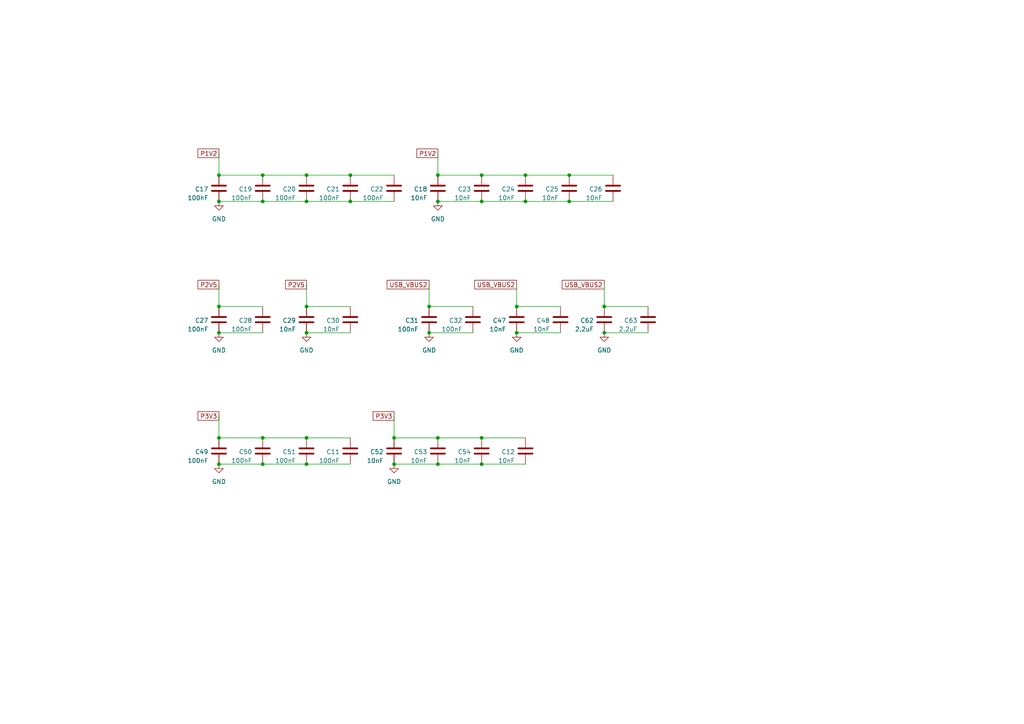
<source format=kicad_sch>
(kicad_sch
	(version 20250114)
	(generator "eeschema")
	(generator_version "9.0")
	(uuid "98e8bd91-0338-4566-81d0-e08ff91c5bf8")
	(paper "A4")
	(lib_symbols
		(symbol "Device:C"
			(pin_numbers
				(hide yes)
			)
			(pin_names
				(offset 0.254)
			)
			(exclude_from_sim no)
			(in_bom yes)
			(on_board yes)
			(property "Reference" "C"
				(at 0.635 2.54 0)
				(effects
					(font
						(size 1.27 1.27)
					)
					(justify left)
				)
			)
			(property "Value" "C"
				(at 0.635 -2.54 0)
				(effects
					(font
						(size 1.27 1.27)
					)
					(justify left)
				)
			)
			(property "Footprint" ""
				(at 0.9652 -3.81 0)
				(effects
					(font
						(size 1.27 1.27)
					)
					(hide yes)
				)
			)
			(property "Datasheet" "~"
				(at 0 0 0)
				(effects
					(font
						(size 1.27 1.27)
					)
					(hide yes)
				)
			)
			(property "Description" "Unpolarized capacitor"
				(at 0 0 0)
				(effects
					(font
						(size 1.27 1.27)
					)
					(hide yes)
				)
			)
			(property "ki_keywords" "cap capacitor"
				(at 0 0 0)
				(effects
					(font
						(size 1.27 1.27)
					)
					(hide yes)
				)
			)
			(property "ki_fp_filters" "C_*"
				(at 0 0 0)
				(effects
					(font
						(size 1.27 1.27)
					)
					(hide yes)
				)
			)
			(symbol "C_0_1"
				(polyline
					(pts
						(xy -2.032 0.762) (xy 2.032 0.762)
					)
					(stroke
						(width 0.508)
						(type default)
					)
					(fill
						(type none)
					)
				)
				(polyline
					(pts
						(xy -2.032 -0.762) (xy 2.032 -0.762)
					)
					(stroke
						(width 0.508)
						(type default)
					)
					(fill
						(type none)
					)
				)
			)
			(symbol "C_1_1"
				(pin passive line
					(at 0 3.81 270)
					(length 2.794)
					(name "~"
						(effects
							(font
								(size 1.27 1.27)
							)
						)
					)
					(number "1"
						(effects
							(font
								(size 1.27 1.27)
							)
						)
					)
				)
				(pin passive line
					(at 0 -3.81 90)
					(length 2.794)
					(name "~"
						(effects
							(font
								(size 1.27 1.27)
							)
						)
					)
					(number "2"
						(effects
							(font
								(size 1.27 1.27)
							)
						)
					)
				)
			)
			(embedded_fonts no)
		)
		(symbol "power:GND"
			(power)
			(pin_numbers
				(hide yes)
			)
			(pin_names
				(offset 0)
				(hide yes)
			)
			(exclude_from_sim no)
			(in_bom yes)
			(on_board yes)
			(property "Reference" "#PWR"
				(at 0 -6.35 0)
				(effects
					(font
						(size 1.27 1.27)
					)
					(hide yes)
				)
			)
			(property "Value" "GND"
				(at 0 -3.81 0)
				(effects
					(font
						(size 1.27 1.27)
					)
				)
			)
			(property "Footprint" ""
				(at 0 0 0)
				(effects
					(font
						(size 1.27 1.27)
					)
					(hide yes)
				)
			)
			(property "Datasheet" ""
				(at 0 0 0)
				(effects
					(font
						(size 1.27 1.27)
					)
					(hide yes)
				)
			)
			(property "Description" "Power symbol creates a global label with name \"GND\" , ground"
				(at 0 0 0)
				(effects
					(font
						(size 1.27 1.27)
					)
					(hide yes)
				)
			)
			(property "ki_keywords" "global power"
				(at 0 0 0)
				(effects
					(font
						(size 1.27 1.27)
					)
					(hide yes)
				)
			)
			(symbol "GND_0_1"
				(polyline
					(pts
						(xy 0 0) (xy 0 -1.27) (xy 1.27 -1.27) (xy 0 -2.54) (xy -1.27 -1.27) (xy 0 -1.27)
					)
					(stroke
						(width 0)
						(type default)
					)
					(fill
						(type none)
					)
				)
			)
			(symbol "GND_1_1"
				(pin power_in line
					(at 0 0 270)
					(length 0)
					(name "~"
						(effects
							(font
								(size 1.27 1.27)
							)
						)
					)
					(number "1"
						(effects
							(font
								(size 1.27 1.27)
							)
						)
					)
				)
			)
			(embedded_fonts no)
		)
	)
	(junction
		(at 124.46 88.9)
		(diameter 0)
		(color 0 0 0 0)
		(uuid "20891d52-7598-40a2-b7e7-a34684f18222")
	)
	(junction
		(at 165.1 58.42)
		(diameter 0)
		(color 0 0 0 0)
		(uuid "2dbae9c2-8d21-4e54-aed5-508c34202c01")
	)
	(junction
		(at 127 58.42)
		(diameter 0)
		(color 0 0 0 0)
		(uuid "2dcc346a-9219-4d1d-802b-8f3412638177")
	)
	(junction
		(at 127 134.62)
		(diameter 0)
		(color 0 0 0 0)
		(uuid "352944db-f140-45ad-8153-ed0e008d902e")
	)
	(junction
		(at 76.2 58.42)
		(diameter 0)
		(color 0 0 0 0)
		(uuid "3a6cbeb2-ca7d-4246-a3eb-c8842615a29e")
	)
	(junction
		(at 88.9 96.52)
		(diameter 0)
		(color 0 0 0 0)
		(uuid "44eb2408-c907-484b-a92a-d1f3feb797ea")
	)
	(junction
		(at 101.6 50.8)
		(diameter 0)
		(color 0 0 0 0)
		(uuid "47d6ba14-faca-458b-9479-e435d3a35dd3")
	)
	(junction
		(at 139.7 134.62)
		(diameter 0)
		(color 0 0 0 0)
		(uuid "56dcc6c7-2ab7-4fdf-8391-08a4725c51f9")
	)
	(junction
		(at 63.5 127)
		(diameter 0)
		(color 0 0 0 0)
		(uuid "5a025d0d-03d5-475d-a29e-89868c59b64d")
	)
	(junction
		(at 76.2 127)
		(diameter 0)
		(color 0 0 0 0)
		(uuid "5ac7cd34-f6ab-48ee-8a9b-34bb09e12425")
	)
	(junction
		(at 127 50.8)
		(diameter 0)
		(color 0 0 0 0)
		(uuid "600304d0-c30e-4b43-97cd-fddecdad0ba0")
	)
	(junction
		(at 88.9 50.8)
		(diameter 0)
		(color 0 0 0 0)
		(uuid "600d3e9a-365d-45da-9c93-e5ec11d8231e")
	)
	(junction
		(at 149.86 96.52)
		(diameter 0)
		(color 0 0 0 0)
		(uuid "689b417d-6ef6-4fb0-8a6a-c21733cd88fd")
	)
	(junction
		(at 152.4 50.8)
		(diameter 0)
		(color 0 0 0 0)
		(uuid "6919b7ee-f034-47ed-a966-b5c0cee39064")
	)
	(junction
		(at 63.5 88.9)
		(diameter 0)
		(color 0 0 0 0)
		(uuid "6b5a0ce5-cdbb-4fc8-af69-24254c28680f")
	)
	(junction
		(at 88.9 127)
		(diameter 0)
		(color 0 0 0 0)
		(uuid "711de8a9-c1d9-4fb0-8c5a-8f1d134a9590")
	)
	(junction
		(at 88.9 58.42)
		(diameter 0)
		(color 0 0 0 0)
		(uuid "74627e23-730f-4f03-a102-54f411945693")
	)
	(junction
		(at 88.9 134.62)
		(diameter 0)
		(color 0 0 0 0)
		(uuid "78b9c239-e8b4-41e6-b426-fce1b19735a4")
	)
	(junction
		(at 114.3 134.62)
		(diameter 0)
		(color 0 0 0 0)
		(uuid "8290b7ca-d187-4de9-94fc-8d0e1ccd3fe5")
	)
	(junction
		(at 63.5 50.8)
		(diameter 0)
		(color 0 0 0 0)
		(uuid "82dbd580-bb58-4062-bc67-0d07ec26121e")
	)
	(junction
		(at 175.26 88.9)
		(diameter 0)
		(color 0 0 0 0)
		(uuid "8732dc07-bca8-4e8f-9972-b5739aab668c")
	)
	(junction
		(at 88.9 88.9)
		(diameter 0)
		(color 0 0 0 0)
		(uuid "8ec6a5d2-f00b-429e-98c2-5fb8a655e492")
	)
	(junction
		(at 63.5 134.62)
		(diameter 0)
		(color 0 0 0 0)
		(uuid "8ff035f3-9309-41a4-bf89-68869c01f002")
	)
	(junction
		(at 101.6 58.42)
		(diameter 0)
		(color 0 0 0 0)
		(uuid "9076e5a0-c1d9-4035-a4a1-d664c67b80ae")
	)
	(junction
		(at 149.86 88.9)
		(diameter 0)
		(color 0 0 0 0)
		(uuid "9bda5329-4501-4b43-85fd-180e7762a5fb")
	)
	(junction
		(at 139.7 58.42)
		(diameter 0)
		(color 0 0 0 0)
		(uuid "a042b8b1-891b-4aa9-a0db-fd73486af9a1")
	)
	(junction
		(at 76.2 50.8)
		(diameter 0)
		(color 0 0 0 0)
		(uuid "a1c9a7d1-f001-4550-8606-b9a7e1a4c3c1")
	)
	(junction
		(at 76.2 134.62)
		(diameter 0)
		(color 0 0 0 0)
		(uuid "a2449b2c-c2dc-4330-8dca-dd3b95039f77")
	)
	(junction
		(at 165.1 50.8)
		(diameter 0)
		(color 0 0 0 0)
		(uuid "b5cbf7cc-fd72-49c5-aea5-f7be4367801a")
	)
	(junction
		(at 139.7 127)
		(diameter 0)
		(color 0 0 0 0)
		(uuid "b6b8634a-2a22-4191-97e1-53edae689804")
	)
	(junction
		(at 63.5 96.52)
		(diameter 0)
		(color 0 0 0 0)
		(uuid "b8e10a8c-1cee-4c26-84d1-950a094f1d26")
	)
	(junction
		(at 175.26 96.52)
		(diameter 0)
		(color 0 0 0 0)
		(uuid "bbecf1d5-20aa-43b4-8d70-97bad25a52af")
	)
	(junction
		(at 124.46 96.52)
		(diameter 0)
		(color 0 0 0 0)
		(uuid "c46ec511-ee34-4e44-9faa-f6e4225b0d47")
	)
	(junction
		(at 127 127)
		(diameter 0)
		(color 0 0 0 0)
		(uuid "d71e21be-c8cd-4e3f-9a24-3cdcefa56b16")
	)
	(junction
		(at 63.5 58.42)
		(diameter 0)
		(color 0 0 0 0)
		(uuid "db7552b4-3be6-491a-aa97-bacd49ec52a7")
	)
	(junction
		(at 139.7 50.8)
		(diameter 0)
		(color 0 0 0 0)
		(uuid "dc4fe405-6318-4b8f-ae63-0959d9e0df0b")
	)
	(junction
		(at 114.3 127)
		(diameter 0)
		(color 0 0 0 0)
		(uuid "dd9e26d8-3e94-44ac-b1ad-f2576eece25e")
	)
	(junction
		(at 152.4 58.42)
		(diameter 0)
		(color 0 0 0 0)
		(uuid "e534b86d-2561-4e67-a283-4427fb11bde7")
	)
	(wire
		(pts
			(xy 127 58.42) (xy 139.7 58.42)
		)
		(stroke
			(width 0)
			(type default)
		)
		(uuid "00194142-e41f-493f-8d4f-a81658ba4ba9")
	)
	(wire
		(pts
			(xy 124.46 96.52) (xy 137.16 96.52)
		)
		(stroke
			(width 0)
			(type default)
		)
		(uuid "017159eb-47eb-4e56-86ad-92e50661406c")
	)
	(wire
		(pts
			(xy 149.86 88.9) (xy 162.56 88.9)
		)
		(stroke
			(width 0)
			(type default)
		)
		(uuid "0a47a882-2c5e-4740-93c6-43b42d221782")
	)
	(wire
		(pts
			(xy 63.5 127) (xy 76.2 127)
		)
		(stroke
			(width 0)
			(type default)
		)
		(uuid "0a56819d-280e-4a7c-a32f-a68fd86c8902")
	)
	(wire
		(pts
			(xy 165.1 58.42) (xy 177.8 58.42)
		)
		(stroke
			(width 0)
			(type default)
		)
		(uuid "0e903eba-27ac-44b7-843b-e64c3c34e36c")
	)
	(wire
		(pts
			(xy 63.5 50.8) (xy 76.2 50.8)
		)
		(stroke
			(width 0)
			(type default)
		)
		(uuid "188372d7-8a91-4c2f-a377-33a95d221cd2")
	)
	(wire
		(pts
			(xy 88.9 134.62) (xy 101.6 134.62)
		)
		(stroke
			(width 0)
			(type default)
		)
		(uuid "1971feec-6ffc-4bb1-8e88-046d24462c30")
	)
	(wire
		(pts
			(xy 63.5 120.65) (xy 63.5 127)
		)
		(stroke
			(width 0)
			(type default)
		)
		(uuid "1df6c543-2987-43cd-beaf-0241e184a427")
	)
	(wire
		(pts
			(xy 88.9 82.55) (xy 88.9 88.9)
		)
		(stroke
			(width 0)
			(type default)
		)
		(uuid "251ac713-4fa8-4cef-85ca-4fda63f2e1ab")
	)
	(wire
		(pts
			(xy 152.4 50.8) (xy 165.1 50.8)
		)
		(stroke
			(width 0)
			(type default)
		)
		(uuid "2bdb50c8-a506-4baf-bbcd-c20abb0a2bfd")
	)
	(wire
		(pts
			(xy 63.5 96.52) (xy 76.2 96.52)
		)
		(stroke
			(width 0)
			(type default)
		)
		(uuid "2d502962-7051-4fc0-92f7-1233775ff9b8")
	)
	(wire
		(pts
			(xy 152.4 58.42) (xy 165.1 58.42)
		)
		(stroke
			(width 0)
			(type default)
		)
		(uuid "330f2e65-9ee1-4a28-a614-f8c3628bf3f8")
	)
	(wire
		(pts
			(xy 175.26 88.9) (xy 187.96 88.9)
		)
		(stroke
			(width 0)
			(type default)
		)
		(uuid "36751712-63cd-43ec-b87b-acdc8d35c896")
	)
	(wire
		(pts
			(xy 149.86 82.55) (xy 149.86 88.9)
		)
		(stroke
			(width 0)
			(type default)
		)
		(uuid "3992d4d2-9369-4721-aa0e-235ff31b6f51")
	)
	(wire
		(pts
			(xy 76.2 127) (xy 88.9 127)
		)
		(stroke
			(width 0)
			(type default)
		)
		(uuid "4e5eb735-0261-477c-ba00-a3a5086c3476")
	)
	(wire
		(pts
			(xy 114.3 127) (xy 127 127)
		)
		(stroke
			(width 0)
			(type default)
		)
		(uuid "50590765-1963-4be4-908a-72904cba6ac8")
	)
	(wire
		(pts
			(xy 76.2 134.62) (xy 88.9 134.62)
		)
		(stroke
			(width 0)
			(type default)
		)
		(uuid "5d0d633a-bef4-48dd-a338-d52d14cdda5b")
	)
	(wire
		(pts
			(xy 76.2 58.42) (xy 88.9 58.42)
		)
		(stroke
			(width 0)
			(type default)
		)
		(uuid "6721abe6-31d7-4eef-80a3-42f57aabfd7b")
	)
	(wire
		(pts
			(xy 114.3 134.62) (xy 127 134.62)
		)
		(stroke
			(width 0)
			(type default)
		)
		(uuid "7117dbd6-2300-4b20-a9bc-a19b46aa2419")
	)
	(wire
		(pts
			(xy 139.7 134.62) (xy 152.4 134.62)
		)
		(stroke
			(width 0)
			(type default)
		)
		(uuid "7aef38ba-1501-4cda-84fd-4b47b10fe038")
	)
	(wire
		(pts
			(xy 63.5 134.62) (xy 76.2 134.62)
		)
		(stroke
			(width 0)
			(type default)
		)
		(uuid "7c6df25a-2122-4acc-aa3b-a135da77daec")
	)
	(wire
		(pts
			(xy 63.5 82.55) (xy 63.5 88.9)
		)
		(stroke
			(width 0)
			(type default)
		)
		(uuid "81b3843b-763f-47da-b56c-61d921534f9e")
	)
	(wire
		(pts
			(xy 139.7 127) (xy 152.4 127)
		)
		(stroke
			(width 0)
			(type default)
		)
		(uuid "857929ac-9e17-410c-8728-7d0d77bb62a2")
	)
	(wire
		(pts
			(xy 101.6 58.42) (xy 114.3 58.42)
		)
		(stroke
			(width 0)
			(type default)
		)
		(uuid "87283edb-68fd-40bd-bcf3-8398da8cf9d8")
	)
	(wire
		(pts
			(xy 114.3 120.65) (xy 114.3 127)
		)
		(stroke
			(width 0)
			(type default)
		)
		(uuid "8a15e5b4-f3d3-46bd-962f-b6f1437fa94d")
	)
	(wire
		(pts
			(xy 88.9 50.8) (xy 101.6 50.8)
		)
		(stroke
			(width 0)
			(type default)
		)
		(uuid "8a599b02-6e52-4d15-aa25-bfae66d701ac")
	)
	(wire
		(pts
			(xy 165.1 50.8) (xy 177.8 50.8)
		)
		(stroke
			(width 0)
			(type default)
		)
		(uuid "8bf18eb2-a8e7-4076-82d4-96348d2b76f4")
	)
	(wire
		(pts
			(xy 88.9 58.42) (xy 101.6 58.42)
		)
		(stroke
			(width 0)
			(type default)
		)
		(uuid "9c92f7cc-66f0-4b01-9eaa-b613857434eb")
	)
	(wire
		(pts
			(xy 127 127) (xy 139.7 127)
		)
		(stroke
			(width 0)
			(type default)
		)
		(uuid "9f28d7c0-d9c6-421f-8490-0499920046ea")
	)
	(wire
		(pts
			(xy 88.9 127) (xy 101.6 127)
		)
		(stroke
			(width 0)
			(type default)
		)
		(uuid "ab696060-df45-4455-a502-d55eb4827026")
	)
	(wire
		(pts
			(xy 63.5 44.45) (xy 63.5 50.8)
		)
		(stroke
			(width 0)
			(type default)
		)
		(uuid "af4d2ddb-f1f9-4b5f-bd2b-21570f951798")
	)
	(wire
		(pts
			(xy 76.2 50.8) (xy 88.9 50.8)
		)
		(stroke
			(width 0)
			(type default)
		)
		(uuid "b0d3a56a-95e6-4a6c-87ce-1fa713016436")
	)
	(wire
		(pts
			(xy 175.26 82.55) (xy 175.26 88.9)
		)
		(stroke
			(width 0)
			(type default)
		)
		(uuid "b5aa8d38-62ca-4366-8db3-a570bfbf2fd1")
	)
	(wire
		(pts
			(xy 175.26 96.52) (xy 187.96 96.52)
		)
		(stroke
			(width 0)
			(type default)
		)
		(uuid "b9e09e2d-2cd4-418f-af0b-818bc116ed7e")
	)
	(wire
		(pts
			(xy 127 134.62) (xy 139.7 134.62)
		)
		(stroke
			(width 0)
			(type default)
		)
		(uuid "bfd9877a-c3b8-473e-8e50-7a7b8df8e70c")
	)
	(wire
		(pts
			(xy 63.5 88.9) (xy 76.2 88.9)
		)
		(stroke
			(width 0)
			(type default)
		)
		(uuid "c27d0bed-353d-4db8-8841-973feaf6a135")
	)
	(wire
		(pts
			(xy 124.46 88.9) (xy 137.16 88.9)
		)
		(stroke
			(width 0)
			(type default)
		)
		(uuid "c8902b06-8a4a-4ad0-ba29-19bb4e4c2a70")
	)
	(wire
		(pts
			(xy 139.7 58.42) (xy 152.4 58.42)
		)
		(stroke
			(width 0)
			(type default)
		)
		(uuid "cb398493-37b1-4f93-819f-1036f689f9c1")
	)
	(wire
		(pts
			(xy 127 50.8) (xy 139.7 50.8)
		)
		(stroke
			(width 0)
			(type default)
		)
		(uuid "d0c28306-5363-4293-8461-85c4ec29e1f5")
	)
	(wire
		(pts
			(xy 124.46 82.55) (xy 124.46 88.9)
		)
		(stroke
			(width 0)
			(type default)
		)
		(uuid "d351adc9-54de-4c68-9f06-2d7f5216ddab")
	)
	(wire
		(pts
			(xy 88.9 88.9) (xy 101.6 88.9)
		)
		(stroke
			(width 0)
			(type default)
		)
		(uuid "e430e50d-e5e0-40eb-b280-46ab7d52fa23")
	)
	(wire
		(pts
			(xy 88.9 96.52) (xy 101.6 96.52)
		)
		(stroke
			(width 0)
			(type default)
		)
		(uuid "e9222ee8-50fe-4076-81ac-ea0cc5666f92")
	)
	(wire
		(pts
			(xy 149.86 96.52) (xy 162.56 96.52)
		)
		(stroke
			(width 0)
			(type default)
		)
		(uuid "ec0db309-ea8d-4ccf-a79b-bda7ad28d271")
	)
	(wire
		(pts
			(xy 127 44.45) (xy 127 50.8)
		)
		(stroke
			(width 0)
			(type default)
		)
		(uuid "f03a8963-d748-408f-affc-59bc49e85580")
	)
	(wire
		(pts
			(xy 101.6 50.8) (xy 114.3 50.8)
		)
		(stroke
			(width 0)
			(type default)
		)
		(uuid "f67868b1-54bd-47aa-a1dc-d4094cc2f395")
	)
	(wire
		(pts
			(xy 63.5 58.42) (xy 76.2 58.42)
		)
		(stroke
			(width 0)
			(type default)
		)
		(uuid "f7e62f2f-f8ff-4d9e-a7dd-55b3a292f3ea")
	)
	(wire
		(pts
			(xy 139.7 50.8) (xy 152.4 50.8)
		)
		(stroke
			(width 0)
			(type default)
		)
		(uuid "fbf071d3-36e6-408b-93e2-274cba30dd60")
	)
	(global_label "P1V2"
		(shape passive)
		(at 127 44.45 180)
		(fields_autoplaced yes)
		(effects
			(font
				(size 1.27 1.27)
			)
			(justify right)
		)
		(uuid "1a27f873-3c63-4905-960e-5b009934a993")
		(property "Intersheetrefs" "${INTERSHEET_REFS}"
			(at 120.3485 44.45 0)
			(effects
				(font
					(size 1.27 1.27)
				)
				(justify right)
				(hide yes)
			)
		)
	)
	(global_label "P3V3"
		(shape passive)
		(at 63.5 120.65 180)
		(fields_autoplaced yes)
		(effects
			(font
				(size 1.27 1.27)
			)
			(justify right)
		)
		(uuid "2139b385-5e4b-4e4c-bbb3-8ab0b55cd527")
		(property "Intersheetrefs" "${INTERSHEET_REFS}"
			(at 56.8485 120.65 0)
			(effects
				(font
					(size 1.27 1.27)
				)
				(justify right)
				(hide yes)
			)
		)
	)
	(global_label "USB_VBUS2"
		(shape passive)
		(at 149.86 82.55 180)
		(fields_autoplaced yes)
		(effects
			(font
				(size 1.27 1.27)
			)
			(justify right)
		)
		(uuid "2ad3024b-5cbb-4c0a-9c16-d444fa21e9e4")
		(property "Intersheetrefs" "${INTERSHEET_REFS}"
			(at 137.1004 82.55 0)
			(effects
				(font
					(size 1.27 1.27)
				)
				(justify right)
				(hide yes)
			)
		)
	)
	(global_label "USB_VBUS2"
		(shape passive)
		(at 124.46 82.55 180)
		(fields_autoplaced yes)
		(effects
			(font
				(size 1.27 1.27)
			)
			(justify right)
		)
		(uuid "3aea4c1a-95ae-467c-9c70-df1a05f42562")
		(property "Intersheetrefs" "${INTERSHEET_REFS}"
			(at 111.7004 82.55 0)
			(effects
				(font
					(size 1.27 1.27)
				)
				(justify right)
				(hide yes)
			)
		)
	)
	(global_label "P3V3"
		(shape passive)
		(at 114.3 120.65 180)
		(fields_autoplaced yes)
		(effects
			(font
				(size 1.27 1.27)
			)
			(justify right)
		)
		(uuid "3bcbea03-e523-4681-a225-cf33019e9e20")
		(property "Intersheetrefs" "${INTERSHEET_REFS}"
			(at 107.6485 120.65 0)
			(effects
				(font
					(size 1.27 1.27)
				)
				(justify right)
				(hide yes)
			)
		)
	)
	(global_label "USB_VBUS2"
		(shape passive)
		(at 175.26 82.55 180)
		(fields_autoplaced yes)
		(effects
			(font
				(size 1.27 1.27)
			)
			(justify right)
		)
		(uuid "67153c38-9d0f-4071-9524-27dcd467aab5")
		(property "Intersheetrefs" "${INTERSHEET_REFS}"
			(at 162.5004 82.55 0)
			(effects
				(font
					(size 1.27 1.27)
				)
				(justify right)
				(hide yes)
			)
		)
	)
	(global_label "P2V5"
		(shape passive)
		(at 63.5 82.55 180)
		(fields_autoplaced yes)
		(effects
			(font
				(size 1.27 1.27)
			)
			(justify right)
		)
		(uuid "68ef4387-946b-4d9e-9d0b-1a4f609624e2")
		(property "Intersheetrefs" "${INTERSHEET_REFS}"
			(at 56.8485 82.55 0)
			(effects
				(font
					(size 1.27 1.27)
				)
				(justify right)
				(hide yes)
			)
		)
	)
	(global_label "P2V5"
		(shape passive)
		(at 88.9 82.55 180)
		(fields_autoplaced yes)
		(effects
			(font
				(size 1.27 1.27)
			)
			(justify right)
		)
		(uuid "9c6181ad-c6a4-436e-8210-e48c29aa58b0")
		(property "Intersheetrefs" "${INTERSHEET_REFS}"
			(at 82.2485 82.55 0)
			(effects
				(font
					(size 1.27 1.27)
				)
				(justify right)
				(hide yes)
			)
		)
	)
	(global_label "P1V2"
		(shape passive)
		(at 63.5 44.45 180)
		(fields_autoplaced yes)
		(effects
			(font
				(size 1.27 1.27)
			)
			(justify right)
		)
		(uuid "af24ef41-5a47-4e5b-8ed2-cf9a9292f707")
		(property "Intersheetrefs" "${INTERSHEET_REFS}"
			(at 56.8485 44.45 0)
			(effects
				(font
					(size 1.27 1.27)
				)
				(justify right)
				(hide yes)
			)
		)
	)
	(symbol
		(lib_id "Device:C")
		(at 101.6 130.81 0)
		(unit 1)
		(exclude_from_sim no)
		(in_bom yes)
		(on_board yes)
		(dnp no)
		(uuid "0b87e8a6-27d1-4f80-a275-a6e440896f75")
		(property "Reference" "C11"
			(at 98.552 131.064 0)
			(effects
				(font
					(size 1.27 1.27)
				)
				(justify right)
			)
		)
		(property "Value" "100nF"
			(at 98.552 133.604 0)
			(effects
				(font
					(size 1.27 1.27)
				)
				(justify right)
			)
		)
		(property "Footprint" "Capacitor_SMD:C_0603_1608Metric"
			(at 102.5652 134.62 0)
			(effects
				(font
					(size 1.27 1.27)
				)
				(hide yes)
			)
		)
		(property "Datasheet" "~"
			(at 101.6 130.81 0)
			(effects
				(font
					(size 1.27 1.27)
				)
				(hide yes)
			)
		)
		(property "Description" "Unpolarized capacitor"
			(at 101.6 130.81 0)
			(effects
				(font
					(size 1.27 1.27)
				)
				(hide yes)
			)
		)
		(pin "2"
			(uuid "7c9b5639-326f-4c79-84a6-0b48e13b3fa9")
		)
		(pin "1"
			(uuid "c571e4ee-d6f4-4af1-9e69-df0220a50e9f")
		)
		(instances
			(project "sbc"
				(path "/9328a39f-e46f-4e23-a67b-f837d10a1254/903e1d2a-b6c4-4391-805f-bc3e70a98e1c"
					(reference "C11")
					(unit 1)
				)
			)
		)
	)
	(symbol
		(lib_id "Device:C")
		(at 63.5 130.81 0)
		(unit 1)
		(exclude_from_sim no)
		(in_bom yes)
		(on_board yes)
		(dnp no)
		(uuid "21f0c37b-2b72-4cf1-ab84-420270accaec")
		(property "Reference" "C49"
			(at 60.452 131.064 0)
			(effects
				(font
					(size 1.27 1.27)
				)
				(justify right)
			)
		)
		(property "Value" "100nF"
			(at 60.452 133.604 0)
			(effects
				(font
					(size 1.27 1.27)
				)
				(justify right)
			)
		)
		(property "Footprint" "Capacitor_SMD:C_0603_1608Metric"
			(at 64.4652 134.62 0)
			(effects
				(font
					(size 1.27 1.27)
				)
				(hide yes)
			)
		)
		(property "Datasheet" "~"
			(at 63.5 130.81 0)
			(effects
				(font
					(size 1.27 1.27)
				)
				(hide yes)
			)
		)
		(property "Description" "Unpolarized capacitor"
			(at 63.5 130.81 0)
			(effects
				(font
					(size 1.27 1.27)
				)
				(hide yes)
			)
		)
		(pin "2"
			(uuid "c3dc6b62-2466-4826-89c1-dbb3d3cbdfed")
		)
		(pin "1"
			(uuid "1eb176c3-13a8-4caf-9a81-4528fb035480")
		)
		(instances
			(project "sbc"
				(path "/9328a39f-e46f-4e23-a67b-f837d10a1254/903e1d2a-b6c4-4391-805f-bc3e70a98e1c"
					(reference "C49")
					(unit 1)
				)
			)
		)
	)
	(symbol
		(lib_id "Device:C")
		(at 88.9 92.71 0)
		(unit 1)
		(exclude_from_sim no)
		(in_bom yes)
		(on_board yes)
		(dnp no)
		(uuid "2af61172-5310-4175-a674-8976e529e03a")
		(property "Reference" "C29"
			(at 85.852 92.964 0)
			(effects
				(font
					(size 1.27 1.27)
				)
				(justify right)
			)
		)
		(property "Value" "10nF"
			(at 85.852 95.504 0)
			(effects
				(font
					(size 1.27 1.27)
				)
				(justify right)
			)
		)
		(property "Footprint" "Capacitor_SMD:C_0603_1608Metric"
			(at 89.8652 96.52 0)
			(effects
				(font
					(size 1.27 1.27)
				)
				(hide yes)
			)
		)
		(property "Datasheet" "~"
			(at 88.9 92.71 0)
			(effects
				(font
					(size 1.27 1.27)
				)
				(hide yes)
			)
		)
		(property "Description" "Unpolarized capacitor"
			(at 88.9 92.71 0)
			(effects
				(font
					(size 1.27 1.27)
				)
				(hide yes)
			)
		)
		(pin "2"
			(uuid "0ba3d030-68e0-4e05-bdd8-e95e40b37252")
		)
		(pin "1"
			(uuid "c5b1e7be-5baa-40c6-aada-75976748a03a")
		)
		(instances
			(project "sbc"
				(path "/9328a39f-e46f-4e23-a67b-f837d10a1254/903e1d2a-b6c4-4391-805f-bc3e70a98e1c"
					(reference "C29")
					(unit 1)
				)
			)
		)
	)
	(symbol
		(lib_id "Device:C")
		(at 177.8 54.61 0)
		(unit 1)
		(exclude_from_sim no)
		(in_bom yes)
		(on_board yes)
		(dnp no)
		(uuid "2e11b599-1c97-487c-bf39-efd02ca00a2d")
		(property "Reference" "C26"
			(at 174.752 54.864 0)
			(effects
				(font
					(size 1.27 1.27)
				)
				(justify right)
			)
		)
		(property "Value" "10nF"
			(at 174.752 57.404 0)
			(effects
				(font
					(size 1.27 1.27)
				)
				(justify right)
			)
		)
		(property "Footprint" "Capacitor_SMD:C_0603_1608Metric"
			(at 178.7652 58.42 0)
			(effects
				(font
					(size 1.27 1.27)
				)
				(hide yes)
			)
		)
		(property "Datasheet" "~"
			(at 177.8 54.61 0)
			(effects
				(font
					(size 1.27 1.27)
				)
				(hide yes)
			)
		)
		(property "Description" "Unpolarized capacitor"
			(at 177.8 54.61 0)
			(effects
				(font
					(size 1.27 1.27)
				)
				(hide yes)
			)
		)
		(pin "2"
			(uuid "0f997d3e-ef93-474e-86ae-b77156899912")
		)
		(pin "1"
			(uuid "3113a5cd-bdd3-415c-ba66-7f8cd75331f2")
		)
		(instances
			(project "sbc"
				(path "/9328a39f-e46f-4e23-a67b-f837d10a1254/903e1d2a-b6c4-4391-805f-bc3e70a98e1c"
					(reference "C26")
					(unit 1)
				)
			)
		)
	)
	(symbol
		(lib_id "Device:C")
		(at 76.2 54.61 0)
		(unit 1)
		(exclude_from_sim no)
		(in_bom yes)
		(on_board yes)
		(dnp no)
		(uuid "30248a27-7644-46ff-be2a-37f35d3cb8ba")
		(property "Reference" "C19"
			(at 73.152 54.864 0)
			(effects
				(font
					(size 1.27 1.27)
				)
				(justify right)
			)
		)
		(property "Value" "100nF"
			(at 73.152 57.404 0)
			(effects
				(font
					(size 1.27 1.27)
				)
				(justify right)
			)
		)
		(property "Footprint" "Capacitor_SMD:C_0603_1608Metric"
			(at 77.1652 58.42 0)
			(effects
				(font
					(size 1.27 1.27)
				)
				(hide yes)
			)
		)
		(property "Datasheet" "~"
			(at 76.2 54.61 0)
			(effects
				(font
					(size 1.27 1.27)
				)
				(hide yes)
			)
		)
		(property "Description" "Unpolarized capacitor"
			(at 76.2 54.61 0)
			(effects
				(font
					(size 1.27 1.27)
				)
				(hide yes)
			)
		)
		(pin "2"
			(uuid "115cc65a-35c8-4cd4-8ff8-c7706c58e660")
		)
		(pin "1"
			(uuid "8985a1dc-a4f1-4d7d-8b81-69622a7092a2")
		)
		(instances
			(project "sbc"
				(path "/9328a39f-e46f-4e23-a67b-f837d10a1254/903e1d2a-b6c4-4391-805f-bc3e70a98e1c"
					(reference "C19")
					(unit 1)
				)
			)
		)
	)
	(symbol
		(lib_id "power:GND")
		(at 63.5 58.42 0)
		(unit 1)
		(exclude_from_sim no)
		(in_bom yes)
		(on_board yes)
		(dnp no)
		(fields_autoplaced yes)
		(uuid "37ba85e0-819e-4f72-8c52-8151fb12d509")
		(property "Reference" "#PWR012"
			(at 63.5 64.77 0)
			(effects
				(font
					(size 1.27 1.27)
				)
				(hide yes)
			)
		)
		(property "Value" "GND"
			(at 63.5 63.5 0)
			(effects
				(font
					(size 1.27 1.27)
				)
			)
		)
		(property "Footprint" ""
			(at 63.5 58.42 0)
			(effects
				(font
					(size 1.27 1.27)
				)
				(hide yes)
			)
		)
		(property "Datasheet" ""
			(at 63.5 58.42 0)
			(effects
				(font
					(size 1.27 1.27)
				)
				(hide yes)
			)
		)
		(property "Description" "Power symbol creates a global label with name \"GND\" , ground"
			(at 63.5 58.42 0)
			(effects
				(font
					(size 1.27 1.27)
				)
				(hide yes)
			)
		)
		(pin "1"
			(uuid "345f8901-c7f2-472d-83e6-c0efd56f1643")
		)
		(instances
			(project "sbc"
				(path "/9328a39f-e46f-4e23-a67b-f837d10a1254/903e1d2a-b6c4-4391-805f-bc3e70a98e1c"
					(reference "#PWR012")
					(unit 1)
				)
			)
		)
	)
	(symbol
		(lib_id "Device:C")
		(at 101.6 92.71 0)
		(unit 1)
		(exclude_from_sim no)
		(in_bom yes)
		(on_board yes)
		(dnp no)
		(uuid "409087e3-ff5e-471f-a502-fd8da2b03fc0")
		(property "Reference" "C30"
			(at 98.552 92.964 0)
			(effects
				(font
					(size 1.27 1.27)
				)
				(justify right)
			)
		)
		(property "Value" "10nF"
			(at 98.552 95.504 0)
			(effects
				(font
					(size 1.27 1.27)
				)
				(justify right)
			)
		)
		(property "Footprint" "Capacitor_SMD:C_0603_1608Metric"
			(at 102.5652 96.52 0)
			(effects
				(font
					(size 1.27 1.27)
				)
				(hide yes)
			)
		)
		(property "Datasheet" "~"
			(at 101.6 92.71 0)
			(effects
				(font
					(size 1.27 1.27)
				)
				(hide yes)
			)
		)
		(property "Description" "Unpolarized capacitor"
			(at 101.6 92.71 0)
			(effects
				(font
					(size 1.27 1.27)
				)
				(hide yes)
			)
		)
		(pin "2"
			(uuid "41430a46-1244-4b2b-97b4-4de8e014bf13")
		)
		(pin "1"
			(uuid "4b896a0e-2958-4ae1-adc7-bc9a09c3d7af")
		)
		(instances
			(project "sbc"
				(path "/9328a39f-e46f-4e23-a67b-f837d10a1254/903e1d2a-b6c4-4391-805f-bc3e70a98e1c"
					(reference "C30")
					(unit 1)
				)
			)
		)
	)
	(symbol
		(lib_id "Device:C")
		(at 175.26 92.71 0)
		(unit 1)
		(exclude_from_sim no)
		(in_bom yes)
		(on_board yes)
		(dnp no)
		(uuid "4c16e5bf-ffed-48f7-a667-bc48a647fdb2")
		(property "Reference" "C62"
			(at 172.212 92.964 0)
			(effects
				(font
					(size 1.27 1.27)
				)
				(justify right)
			)
		)
		(property "Value" "2.2uF"
			(at 172.212 95.504 0)
			(effects
				(font
					(size 1.27 1.27)
				)
				(justify right)
			)
		)
		(property "Footprint" "Capacitor_SMD:C_0603_1608Metric"
			(at 176.2252 96.52 0)
			(effects
				(font
					(size 1.27 1.27)
				)
				(hide yes)
			)
		)
		(property "Datasheet" "~"
			(at 175.26 92.71 0)
			(effects
				(font
					(size 1.27 1.27)
				)
				(hide yes)
			)
		)
		(property "Description" "Unpolarized capacitor"
			(at 175.26 92.71 0)
			(effects
				(font
					(size 1.27 1.27)
				)
				(hide yes)
			)
		)
		(pin "2"
			(uuid "4827561b-b457-4d27-b35d-6ee6835c31ab")
		)
		(pin "1"
			(uuid "614b986e-dd0f-4d72-b745-45a946e3f39c")
		)
		(instances
			(project "sbc"
				(path "/9328a39f-e46f-4e23-a67b-f837d10a1254/903e1d2a-b6c4-4391-805f-bc3e70a98e1c"
					(reference "C62")
					(unit 1)
				)
			)
		)
	)
	(symbol
		(lib_id "Device:C")
		(at 63.5 54.61 0)
		(unit 1)
		(exclude_from_sim no)
		(in_bom yes)
		(on_board yes)
		(dnp no)
		(uuid "4d8a62fe-623b-4f3c-a083-815584b34cd3")
		(property "Reference" "C17"
			(at 60.452 54.864 0)
			(effects
				(font
					(size 1.27 1.27)
				)
				(justify right)
			)
		)
		(property "Value" "100nF"
			(at 60.452 57.404 0)
			(effects
				(font
					(size 1.27 1.27)
				)
				(justify right)
			)
		)
		(property "Footprint" "Capacitor_SMD:C_0603_1608Metric"
			(at 64.4652 58.42 0)
			(effects
				(font
					(size 1.27 1.27)
				)
				(hide yes)
			)
		)
		(property "Datasheet" "~"
			(at 63.5 54.61 0)
			(effects
				(font
					(size 1.27 1.27)
				)
				(hide yes)
			)
		)
		(property "Description" "Unpolarized capacitor"
			(at 63.5 54.61 0)
			(effects
				(font
					(size 1.27 1.27)
				)
				(hide yes)
			)
		)
		(pin "2"
			(uuid "6cf10d92-f1de-4656-8e9f-08459e4a0a95")
		)
		(pin "1"
			(uuid "e2837704-8e51-4e5a-ac90-f266017c433b")
		)
		(instances
			(project "sbc"
				(path "/9328a39f-e46f-4e23-a67b-f837d10a1254/903e1d2a-b6c4-4391-805f-bc3e70a98e1c"
					(reference "C17")
					(unit 1)
				)
			)
		)
	)
	(symbol
		(lib_id "Device:C")
		(at 114.3 54.61 0)
		(unit 1)
		(exclude_from_sim no)
		(in_bom yes)
		(on_board yes)
		(dnp no)
		(uuid "5400ae09-21a5-4719-9350-253deda4c0fa")
		(property "Reference" "C22"
			(at 111.252 54.864 0)
			(effects
				(font
					(size 1.27 1.27)
				)
				(justify right)
			)
		)
		(property "Value" "100nF"
			(at 111.252 57.404 0)
			(effects
				(font
					(size 1.27 1.27)
				)
				(justify right)
			)
		)
		(property "Footprint" "Capacitor_SMD:C_0603_1608Metric"
			(at 115.2652 58.42 0)
			(effects
				(font
					(size 1.27 1.27)
				)
				(hide yes)
			)
		)
		(property "Datasheet" "~"
			(at 114.3 54.61 0)
			(effects
				(font
					(size 1.27 1.27)
				)
				(hide yes)
			)
		)
		(property "Description" "Unpolarized capacitor"
			(at 114.3 54.61 0)
			(effects
				(font
					(size 1.27 1.27)
				)
				(hide yes)
			)
		)
		(pin "2"
			(uuid "665fcf6d-1919-457f-ac04-1f9e8720cf86")
		)
		(pin "1"
			(uuid "a53bb392-46b2-4477-904a-eda1e67e7134")
		)
		(instances
			(project "sbc"
				(path "/9328a39f-e46f-4e23-a67b-f837d10a1254/903e1d2a-b6c4-4391-805f-bc3e70a98e1c"
					(reference "C22")
					(unit 1)
				)
			)
		)
	)
	(symbol
		(lib_id "power:GND")
		(at 127 58.42 0)
		(unit 1)
		(exclude_from_sim no)
		(in_bom yes)
		(on_board yes)
		(dnp no)
		(fields_autoplaced yes)
		(uuid "5a14cebe-46f0-4084-a222-b717d9b86c09")
		(property "Reference" "#PWR013"
			(at 127 64.77 0)
			(effects
				(font
					(size 1.27 1.27)
				)
				(hide yes)
			)
		)
		(property "Value" "GND"
			(at 127 63.5 0)
			(effects
				(font
					(size 1.27 1.27)
				)
			)
		)
		(property "Footprint" ""
			(at 127 58.42 0)
			(effects
				(font
					(size 1.27 1.27)
				)
				(hide yes)
			)
		)
		(property "Datasheet" ""
			(at 127 58.42 0)
			(effects
				(font
					(size 1.27 1.27)
				)
				(hide yes)
			)
		)
		(property "Description" "Power symbol creates a global label with name \"GND\" , ground"
			(at 127 58.42 0)
			(effects
				(font
					(size 1.27 1.27)
				)
				(hide yes)
			)
		)
		(pin "1"
			(uuid "7f29b634-3579-4eb0-a357-222f309ae3db")
		)
		(instances
			(project "sbc"
				(path "/9328a39f-e46f-4e23-a67b-f837d10a1254/903e1d2a-b6c4-4391-805f-bc3e70a98e1c"
					(reference "#PWR013")
					(unit 1)
				)
			)
		)
	)
	(symbol
		(lib_id "Device:C")
		(at 137.16 92.71 0)
		(unit 1)
		(exclude_from_sim no)
		(in_bom yes)
		(on_board yes)
		(dnp no)
		(uuid "62441777-b344-4c99-a4a2-2f4023960940")
		(property "Reference" "C32"
			(at 134.112 92.964 0)
			(effects
				(font
					(size 1.27 1.27)
				)
				(justify right)
			)
		)
		(property "Value" "100nF"
			(at 134.112 95.504 0)
			(effects
				(font
					(size 1.27 1.27)
				)
				(justify right)
			)
		)
		(property "Footprint" "Capacitor_SMD:C_0603_1608Metric"
			(at 138.1252 96.52 0)
			(effects
				(font
					(size 1.27 1.27)
				)
				(hide yes)
			)
		)
		(property "Datasheet" "~"
			(at 137.16 92.71 0)
			(effects
				(font
					(size 1.27 1.27)
				)
				(hide yes)
			)
		)
		(property "Description" "Unpolarized capacitor"
			(at 137.16 92.71 0)
			(effects
				(font
					(size 1.27 1.27)
				)
				(hide yes)
			)
		)
		(pin "2"
			(uuid "2df2e83e-b0af-4dca-939d-f60876447080")
		)
		(pin "1"
			(uuid "8eb9a80a-0937-4d95-8e86-55a936aa59a5")
		)
		(instances
			(project "sbc"
				(path "/9328a39f-e46f-4e23-a67b-f837d10a1254/903e1d2a-b6c4-4391-805f-bc3e70a98e1c"
					(reference "C32")
					(unit 1)
				)
			)
		)
	)
	(symbol
		(lib_id "Device:C")
		(at 88.9 54.61 0)
		(unit 1)
		(exclude_from_sim no)
		(in_bom yes)
		(on_board yes)
		(dnp no)
		(uuid "6af550ba-cb93-46b0-a38c-3640b1e5aff2")
		(property "Reference" "C20"
			(at 85.852 54.864 0)
			(effects
				(font
					(size 1.27 1.27)
				)
				(justify right)
			)
		)
		(property "Value" "100nF"
			(at 85.852 57.404 0)
			(effects
				(font
					(size 1.27 1.27)
				)
				(justify right)
			)
		)
		(property "Footprint" "Capacitor_SMD:C_0603_1608Metric"
			(at 89.8652 58.42 0)
			(effects
				(font
					(size 1.27 1.27)
				)
				(hide yes)
			)
		)
		(property "Datasheet" "~"
			(at 88.9 54.61 0)
			(effects
				(font
					(size 1.27 1.27)
				)
				(hide yes)
			)
		)
		(property "Description" "Unpolarized capacitor"
			(at 88.9 54.61 0)
			(effects
				(font
					(size 1.27 1.27)
				)
				(hide yes)
			)
		)
		(pin "2"
			(uuid "0449fef1-6284-46e8-86ec-ca5bb4b0bac3")
		)
		(pin "1"
			(uuid "8edf538e-9c6c-4fe5-8b66-f0facd22d50b")
		)
		(instances
			(project "sbc"
				(path "/9328a39f-e46f-4e23-a67b-f837d10a1254/903e1d2a-b6c4-4391-805f-bc3e70a98e1c"
					(reference "C20")
					(unit 1)
				)
			)
		)
	)
	(symbol
		(lib_id "Device:C")
		(at 124.46 92.71 0)
		(unit 1)
		(exclude_from_sim no)
		(in_bom yes)
		(on_board yes)
		(dnp no)
		(uuid "7a81a77e-cfe2-485c-ba4d-43b65da1cc0c")
		(property "Reference" "C31"
			(at 121.412 92.964 0)
			(effects
				(font
					(size 1.27 1.27)
				)
				(justify right)
			)
		)
		(property "Value" "100nF"
			(at 121.412 95.504 0)
			(effects
				(font
					(size 1.27 1.27)
				)
				(justify right)
			)
		)
		(property "Footprint" "Capacitor_SMD:C_0603_1608Metric"
			(at 125.4252 96.52 0)
			(effects
				(font
					(size 1.27 1.27)
				)
				(hide yes)
			)
		)
		(property "Datasheet" "~"
			(at 124.46 92.71 0)
			(effects
				(font
					(size 1.27 1.27)
				)
				(hide yes)
			)
		)
		(property "Description" "Unpolarized capacitor"
			(at 124.46 92.71 0)
			(effects
				(font
					(size 1.27 1.27)
				)
				(hide yes)
			)
		)
		(pin "2"
			(uuid "4c46b2da-2ec2-4aee-9df6-6fa5db568210")
		)
		(pin "1"
			(uuid "88cb09b7-fbb1-41e0-8a97-d20e51927eeb")
		)
		(instances
			(project "sbc"
				(path "/9328a39f-e46f-4e23-a67b-f837d10a1254/903e1d2a-b6c4-4391-805f-bc3e70a98e1c"
					(reference "C31")
					(unit 1)
				)
			)
		)
	)
	(symbol
		(lib_id "Device:C")
		(at 187.96 92.71 0)
		(unit 1)
		(exclude_from_sim no)
		(in_bom yes)
		(on_board yes)
		(dnp no)
		(uuid "85079a01-c5b4-4a94-aa7f-ef2768a6a6b0")
		(property "Reference" "C63"
			(at 184.912 92.964 0)
			(effects
				(font
					(size 1.27 1.27)
				)
				(justify right)
			)
		)
		(property "Value" "2.2uF"
			(at 184.912 95.504 0)
			(effects
				(font
					(size 1.27 1.27)
				)
				(justify right)
			)
		)
		(property "Footprint" "Capacitor_SMD:C_0603_1608Metric"
			(at 188.9252 96.52 0)
			(effects
				(font
					(size 1.27 1.27)
				)
				(hide yes)
			)
		)
		(property "Datasheet" "~"
			(at 187.96 92.71 0)
			(effects
				(font
					(size 1.27 1.27)
				)
				(hide yes)
			)
		)
		(property "Description" "Unpolarized capacitor"
			(at 187.96 92.71 0)
			(effects
				(font
					(size 1.27 1.27)
				)
				(hide yes)
			)
		)
		(pin "2"
			(uuid "515fbbfa-65fd-4c95-8809-70dbb7048d54")
		)
		(pin "1"
			(uuid "ef82f15e-ec38-4dbc-84c7-5a69f99f74e0")
		)
		(instances
			(project "sbc"
				(path "/9328a39f-e46f-4e23-a67b-f837d10a1254/903e1d2a-b6c4-4391-805f-bc3e70a98e1c"
					(reference "C63")
					(unit 1)
				)
			)
		)
	)
	(symbol
		(lib_id "Device:C")
		(at 152.4 54.61 0)
		(unit 1)
		(exclude_from_sim no)
		(in_bom yes)
		(on_board yes)
		(dnp no)
		(uuid "89e016a4-8a27-49b7-9467-c1df8e0b92ed")
		(property "Reference" "C24"
			(at 149.352 54.864 0)
			(effects
				(font
					(size 1.27 1.27)
				)
				(justify right)
			)
		)
		(property "Value" "10nF"
			(at 149.352 57.404 0)
			(effects
				(font
					(size 1.27 1.27)
				)
				(justify right)
			)
		)
		(property "Footprint" "Capacitor_SMD:C_0603_1608Metric"
			(at 153.3652 58.42 0)
			(effects
				(font
					(size 1.27 1.27)
				)
				(hide yes)
			)
		)
		(property "Datasheet" "~"
			(at 152.4 54.61 0)
			(effects
				(font
					(size 1.27 1.27)
				)
				(hide yes)
			)
		)
		(property "Description" "Unpolarized capacitor"
			(at 152.4 54.61 0)
			(effects
				(font
					(size 1.27 1.27)
				)
				(hide yes)
			)
		)
		(pin "2"
			(uuid "3cd4ba31-dbcd-4daa-bba4-e215275c2a66")
		)
		(pin "1"
			(uuid "da8709d0-2287-4897-a772-b46d3301d98b")
		)
		(instances
			(project "sbc"
				(path "/9328a39f-e46f-4e23-a67b-f837d10a1254/903e1d2a-b6c4-4391-805f-bc3e70a98e1c"
					(reference "C24")
					(unit 1)
				)
			)
		)
	)
	(symbol
		(lib_id "Device:C")
		(at 127 54.61 0)
		(unit 1)
		(exclude_from_sim no)
		(in_bom yes)
		(on_board yes)
		(dnp no)
		(uuid "8c4ea0d7-e961-42c0-8a49-e41a7ede40c1")
		(property "Reference" "C18"
			(at 123.952 54.864 0)
			(effects
				(font
					(size 1.27 1.27)
				)
				(justify right)
			)
		)
		(property "Value" "10nF"
			(at 123.952 57.404 0)
			(effects
				(font
					(size 1.27 1.27)
				)
				(justify right)
			)
		)
		(property "Footprint" "Capacitor_SMD:C_0603_1608Metric"
			(at 127.9652 58.42 0)
			(effects
				(font
					(size 1.27 1.27)
				)
				(hide yes)
			)
		)
		(property "Datasheet" "~"
			(at 127 54.61 0)
			(effects
				(font
					(size 1.27 1.27)
				)
				(hide yes)
			)
		)
		(property "Description" "Unpolarized capacitor"
			(at 127 54.61 0)
			(effects
				(font
					(size 1.27 1.27)
				)
				(hide yes)
			)
		)
		(pin "2"
			(uuid "96cdfa6b-687f-41a8-bd76-9f51a862fb0d")
		)
		(pin "1"
			(uuid "6058217a-7b33-4a7f-bebb-d3d2853550a2")
		)
		(instances
			(project "sbc"
				(path "/9328a39f-e46f-4e23-a67b-f837d10a1254/903e1d2a-b6c4-4391-805f-bc3e70a98e1c"
					(reference "C18")
					(unit 1)
				)
			)
		)
	)
	(symbol
		(lib_id "Device:C")
		(at 101.6 54.61 0)
		(unit 1)
		(exclude_from_sim no)
		(in_bom yes)
		(on_board yes)
		(dnp no)
		(uuid "954030f2-6d20-467c-aead-96dd893fb53c")
		(property "Reference" "C21"
			(at 98.552 54.864 0)
			(effects
				(font
					(size 1.27 1.27)
				)
				(justify right)
			)
		)
		(property "Value" "100nF"
			(at 98.552 57.404 0)
			(effects
				(font
					(size 1.27 1.27)
				)
				(justify right)
			)
		)
		(property "Footprint" "Capacitor_SMD:C_0603_1608Metric"
			(at 102.5652 58.42 0)
			(effects
				(font
					(size 1.27 1.27)
				)
				(hide yes)
			)
		)
		(property "Datasheet" "~"
			(at 101.6 54.61 0)
			(effects
				(font
					(size 1.27 1.27)
				)
				(hide yes)
			)
		)
		(property "Description" "Unpolarized capacitor"
			(at 101.6 54.61 0)
			(effects
				(font
					(size 1.27 1.27)
				)
				(hide yes)
			)
		)
		(pin "2"
			(uuid "d5ec2d14-841a-4e05-9f07-9f008099d803")
		)
		(pin "1"
			(uuid "809e00a0-41a4-47a6-ab2b-c6ecd950061c")
		)
		(instances
			(project "sbc"
				(path "/9328a39f-e46f-4e23-a67b-f837d10a1254/903e1d2a-b6c4-4391-805f-bc3e70a98e1c"
					(reference "C21")
					(unit 1)
				)
			)
		)
	)
	(symbol
		(lib_id "Device:C")
		(at 88.9 130.81 0)
		(unit 1)
		(exclude_from_sim no)
		(in_bom yes)
		(on_board yes)
		(dnp no)
		(uuid "9a9d16c6-d8e8-4eb8-b771-ed07d1218c16")
		(property "Reference" "C51"
			(at 85.852 131.064 0)
			(effects
				(font
					(size 1.27 1.27)
				)
				(justify right)
			)
		)
		(property "Value" "100nF"
			(at 85.852 133.604 0)
			(effects
				(font
					(size 1.27 1.27)
				)
				(justify right)
			)
		)
		(property "Footprint" "Capacitor_SMD:C_0603_1608Metric"
			(at 89.8652 134.62 0)
			(effects
				(font
					(size 1.27 1.27)
				)
				(hide yes)
			)
		)
		(property "Datasheet" "~"
			(at 88.9 130.81 0)
			(effects
				(font
					(size 1.27 1.27)
				)
				(hide yes)
			)
		)
		(property "Description" "Unpolarized capacitor"
			(at 88.9 130.81 0)
			(effects
				(font
					(size 1.27 1.27)
				)
				(hide yes)
			)
		)
		(pin "2"
			(uuid "05cf640e-2435-4d4e-8f9d-e8d93b3bf45f")
		)
		(pin "1"
			(uuid "22b07250-65de-4f0b-b265-eb69a567c8e5")
		)
		(instances
			(project "sbc"
				(path "/9328a39f-e46f-4e23-a67b-f837d10a1254/903e1d2a-b6c4-4391-805f-bc3e70a98e1c"
					(reference "C51")
					(unit 1)
				)
			)
		)
	)
	(symbol
		(lib_id "power:GND")
		(at 149.86 96.52 0)
		(unit 1)
		(exclude_from_sim no)
		(in_bom yes)
		(on_board yes)
		(dnp no)
		(fields_autoplaced yes)
		(uuid "a15b3552-e1e6-4278-99cb-e7c157f8d678")
		(property "Reference" "#PWR039"
			(at 149.86 102.87 0)
			(effects
				(font
					(size 1.27 1.27)
				)
				(hide yes)
			)
		)
		(property "Value" "GND"
			(at 149.86 101.6 0)
			(effects
				(font
					(size 1.27 1.27)
				)
			)
		)
		(property "Footprint" ""
			(at 149.86 96.52 0)
			(effects
				(font
					(size 1.27 1.27)
				)
				(hide yes)
			)
		)
		(property "Datasheet" ""
			(at 149.86 96.52 0)
			(effects
				(font
					(size 1.27 1.27)
				)
				(hide yes)
			)
		)
		(property "Description" "Power symbol creates a global label with name \"GND\" , ground"
			(at 149.86 96.52 0)
			(effects
				(font
					(size 1.27 1.27)
				)
				(hide yes)
			)
		)
		(pin "1"
			(uuid "9242f237-1b0d-415c-a36f-6c001bbb21ff")
		)
		(instances
			(project "sbc"
				(path "/9328a39f-e46f-4e23-a67b-f837d10a1254/903e1d2a-b6c4-4391-805f-bc3e70a98e1c"
					(reference "#PWR039")
					(unit 1)
				)
			)
		)
	)
	(symbol
		(lib_id "power:GND")
		(at 175.26 96.52 0)
		(unit 1)
		(exclude_from_sim no)
		(in_bom yes)
		(on_board yes)
		(dnp no)
		(fields_autoplaced yes)
		(uuid "a7b7e8cf-1bb3-46dc-88f4-07648a99ff55")
		(property "Reference" "#PWR055"
			(at 175.26 102.87 0)
			(effects
				(font
					(size 1.27 1.27)
				)
				(hide yes)
			)
		)
		(property "Value" "GND"
			(at 175.26 101.6 0)
			(effects
				(font
					(size 1.27 1.27)
				)
			)
		)
		(property "Footprint" ""
			(at 175.26 96.52 0)
			(effects
				(font
					(size 1.27 1.27)
				)
				(hide yes)
			)
		)
		(property "Datasheet" ""
			(at 175.26 96.52 0)
			(effects
				(font
					(size 1.27 1.27)
				)
				(hide yes)
			)
		)
		(property "Description" "Power symbol creates a global label with name \"GND\" , ground"
			(at 175.26 96.52 0)
			(effects
				(font
					(size 1.27 1.27)
				)
				(hide yes)
			)
		)
		(pin "1"
			(uuid "6fbe9099-840f-4a3a-808d-4b97065bc012")
		)
		(instances
			(project "sbc"
				(path "/9328a39f-e46f-4e23-a67b-f837d10a1254/903e1d2a-b6c4-4391-805f-bc3e70a98e1c"
					(reference "#PWR055")
					(unit 1)
				)
			)
		)
	)
	(symbol
		(lib_id "Device:C")
		(at 76.2 92.71 0)
		(unit 1)
		(exclude_from_sim no)
		(in_bom yes)
		(on_board yes)
		(dnp no)
		(uuid "a8a2cc38-c734-4ba8-99a9-f5c67386b7c2")
		(property "Reference" "C28"
			(at 73.152 92.964 0)
			(effects
				(font
					(size 1.27 1.27)
				)
				(justify right)
			)
		)
		(property "Value" "100nF"
			(at 73.152 95.504 0)
			(effects
				(font
					(size 1.27 1.27)
				)
				(justify right)
			)
		)
		(property "Footprint" "Capacitor_SMD:C_0603_1608Metric"
			(at 77.1652 96.52 0)
			(effects
				(font
					(size 1.27 1.27)
				)
				(hide yes)
			)
		)
		(property "Datasheet" "~"
			(at 76.2 92.71 0)
			(effects
				(font
					(size 1.27 1.27)
				)
				(hide yes)
			)
		)
		(property "Description" "Unpolarized capacitor"
			(at 76.2 92.71 0)
			(effects
				(font
					(size 1.27 1.27)
				)
				(hide yes)
			)
		)
		(pin "2"
			(uuid "d46f5af0-22e7-479b-bcda-4b33af4d7841")
		)
		(pin "1"
			(uuid "1e51e125-064b-4a7a-9766-3afcfbebe179")
		)
		(instances
			(project "sbc"
				(path "/9328a39f-e46f-4e23-a67b-f837d10a1254/903e1d2a-b6c4-4391-805f-bc3e70a98e1c"
					(reference "C28")
					(unit 1)
				)
			)
		)
	)
	(symbol
		(lib_id "Device:C")
		(at 152.4 130.81 0)
		(unit 1)
		(exclude_from_sim no)
		(in_bom yes)
		(on_board yes)
		(dnp no)
		(uuid "a8fcaa29-7d35-498c-aebf-df1d01cc6e96")
		(property "Reference" "C12"
			(at 149.352 131.064 0)
			(effects
				(font
					(size 1.27 1.27)
				)
				(justify right)
			)
		)
		(property "Value" "10nF"
			(at 149.352 133.604 0)
			(effects
				(font
					(size 1.27 1.27)
				)
				(justify right)
			)
		)
		(property "Footprint" "Capacitor_SMD:C_0603_1608Metric"
			(at 153.3652 134.62 0)
			(effects
				(font
					(size 1.27 1.27)
				)
				(hide yes)
			)
		)
		(property "Datasheet" "~"
			(at 152.4 130.81 0)
			(effects
				(font
					(size 1.27 1.27)
				)
				(hide yes)
			)
		)
		(property "Description" "Unpolarized capacitor"
			(at 152.4 130.81 0)
			(effects
				(font
					(size 1.27 1.27)
				)
				(hide yes)
			)
		)
		(pin "2"
			(uuid "d87c1044-8f24-49d0-94a3-047f19f5b462")
		)
		(pin "1"
			(uuid "71067028-3a79-4a95-8668-f388aaa4a8c1")
		)
		(instances
			(project "sbc"
				(path "/9328a39f-e46f-4e23-a67b-f837d10a1254/903e1d2a-b6c4-4391-805f-bc3e70a98e1c"
					(reference "C12")
					(unit 1)
				)
			)
		)
	)
	(symbol
		(lib_id "Device:C")
		(at 63.5 92.71 0)
		(unit 1)
		(exclude_from_sim no)
		(in_bom yes)
		(on_board yes)
		(dnp no)
		(uuid "ae4cf468-1bf3-4b21-bd6e-f50d91202abc")
		(property "Reference" "C27"
			(at 60.452 92.964 0)
			(effects
				(font
					(size 1.27 1.27)
				)
				(justify right)
			)
		)
		(property "Value" "100nF"
			(at 60.452 95.504 0)
			(effects
				(font
					(size 1.27 1.27)
				)
				(justify right)
			)
		)
		(property "Footprint" "Capacitor_SMD:C_0603_1608Metric"
			(at 64.4652 96.52 0)
			(effects
				(font
					(size 1.27 1.27)
				)
				(hide yes)
			)
		)
		(property "Datasheet" "~"
			(at 63.5 92.71 0)
			(effects
				(font
					(size 1.27 1.27)
				)
				(hide yes)
			)
		)
		(property "Description" "Unpolarized capacitor"
			(at 63.5 92.71 0)
			(effects
				(font
					(size 1.27 1.27)
				)
				(hide yes)
			)
		)
		(pin "2"
			(uuid "84196af4-0689-46d0-9653-70ed258ed357")
		)
		(pin "1"
			(uuid "e618a2c9-4f11-480e-ba19-f14f6640dd61")
		)
		(instances
			(project "sbc"
				(path "/9328a39f-e46f-4e23-a67b-f837d10a1254/903e1d2a-b6c4-4391-805f-bc3e70a98e1c"
					(reference "C27")
					(unit 1)
				)
			)
		)
	)
	(symbol
		(lib_id "Device:C")
		(at 165.1 54.61 0)
		(unit 1)
		(exclude_from_sim no)
		(in_bom yes)
		(on_board yes)
		(dnp no)
		(uuid "b15b072b-689c-4dea-8c09-ac6bb272c23c")
		(property "Reference" "C25"
			(at 162.052 54.864 0)
			(effects
				(font
					(size 1.27 1.27)
				)
				(justify right)
			)
		)
		(property "Value" "10nF"
			(at 162.052 57.404 0)
			(effects
				(font
					(size 1.27 1.27)
				)
				(justify right)
			)
		)
		(property "Footprint" "Capacitor_SMD:C_0603_1608Metric"
			(at 166.0652 58.42 0)
			(effects
				(font
					(size 1.27 1.27)
				)
				(hide yes)
			)
		)
		(property "Datasheet" "~"
			(at 165.1 54.61 0)
			(effects
				(font
					(size 1.27 1.27)
				)
				(hide yes)
			)
		)
		(property "Description" "Unpolarized capacitor"
			(at 165.1 54.61 0)
			(effects
				(font
					(size 1.27 1.27)
				)
				(hide yes)
			)
		)
		(pin "2"
			(uuid "0d16e107-fc1e-412c-861c-12d12625dcf5")
		)
		(pin "1"
			(uuid "6ab4517c-25c3-46fd-aafa-10348e963cb1")
		)
		(instances
			(project "sbc"
				(path "/9328a39f-e46f-4e23-a67b-f837d10a1254/903e1d2a-b6c4-4391-805f-bc3e70a98e1c"
					(reference "C25")
					(unit 1)
				)
			)
		)
	)
	(symbol
		(lib_id "power:GND")
		(at 88.9 96.52 0)
		(unit 1)
		(exclude_from_sim no)
		(in_bom yes)
		(on_board yes)
		(dnp no)
		(fields_autoplaced yes)
		(uuid "b2268102-9b08-479e-a8c9-07a910958c87")
		(property "Reference" "#PWR029"
			(at 88.9 102.87 0)
			(effects
				(font
					(size 1.27 1.27)
				)
				(hide yes)
			)
		)
		(property "Value" "GND"
			(at 88.9 101.6 0)
			(effects
				(font
					(size 1.27 1.27)
				)
			)
		)
		(property "Footprint" ""
			(at 88.9 96.52 0)
			(effects
				(font
					(size 1.27 1.27)
				)
				(hide yes)
			)
		)
		(property "Datasheet" ""
			(at 88.9 96.52 0)
			(effects
				(font
					(size 1.27 1.27)
				)
				(hide yes)
			)
		)
		(property "Description" "Power symbol creates a global label with name \"GND\" , ground"
			(at 88.9 96.52 0)
			(effects
				(font
					(size 1.27 1.27)
				)
				(hide yes)
			)
		)
		(pin "1"
			(uuid "14276bf3-6ab7-43a0-b0f2-f1d4b46f09c1")
		)
		(instances
			(project "sbc"
				(path "/9328a39f-e46f-4e23-a67b-f837d10a1254/903e1d2a-b6c4-4391-805f-bc3e70a98e1c"
					(reference "#PWR029")
					(unit 1)
				)
			)
		)
	)
	(symbol
		(lib_id "power:GND")
		(at 63.5 134.62 0)
		(unit 1)
		(exclude_from_sim no)
		(in_bom yes)
		(on_board yes)
		(dnp no)
		(fields_autoplaced yes)
		(uuid "b4e86200-14ea-4326-9ab5-060b5907c51b")
		(property "Reference" "#PWR040"
			(at 63.5 140.97 0)
			(effects
				(font
					(size 1.27 1.27)
				)
				(hide yes)
			)
		)
		(property "Value" "GND"
			(at 63.5 139.7 0)
			(effects
				(font
					(size 1.27 1.27)
				)
			)
		)
		(property "Footprint" ""
			(at 63.5 134.62 0)
			(effects
				(font
					(size 1.27 1.27)
				)
				(hide yes)
			)
		)
		(property "Datasheet" ""
			(at 63.5 134.62 0)
			(effects
				(font
					(size 1.27 1.27)
				)
				(hide yes)
			)
		)
		(property "Description" "Power symbol creates a global label with name \"GND\" , ground"
			(at 63.5 134.62 0)
			(effects
				(font
					(size 1.27 1.27)
				)
				(hide yes)
			)
		)
		(pin "1"
			(uuid "24376c29-c0e5-4e6c-9cdb-1033046d999f")
		)
		(instances
			(project "sbc"
				(path "/9328a39f-e46f-4e23-a67b-f837d10a1254/903e1d2a-b6c4-4391-805f-bc3e70a98e1c"
					(reference "#PWR040")
					(unit 1)
				)
			)
		)
	)
	(symbol
		(lib_id "Device:C")
		(at 162.56 92.71 0)
		(unit 1)
		(exclude_from_sim no)
		(in_bom yes)
		(on_board yes)
		(dnp no)
		(uuid "b5f182f7-30d8-45b5-9552-230d71e2201c")
		(property "Reference" "C48"
			(at 159.512 92.964 0)
			(effects
				(font
					(size 1.27 1.27)
				)
				(justify right)
			)
		)
		(property "Value" "10nF"
			(at 159.512 95.504 0)
			(effects
				(font
					(size 1.27 1.27)
				)
				(justify right)
			)
		)
		(property "Footprint" "Capacitor_SMD:C_0603_1608Metric"
			(at 163.5252 96.52 0)
			(effects
				(font
					(size 1.27 1.27)
				)
				(hide yes)
			)
		)
		(property "Datasheet" "~"
			(at 162.56 92.71 0)
			(effects
				(font
					(size 1.27 1.27)
				)
				(hide yes)
			)
		)
		(property "Description" "Unpolarized capacitor"
			(at 162.56 92.71 0)
			(effects
				(font
					(size 1.27 1.27)
				)
				(hide yes)
			)
		)
		(pin "2"
			(uuid "ecb4f447-1f15-454e-b286-bcf65dd8843c")
		)
		(pin "1"
			(uuid "986fd85d-a397-4acc-a420-669aba872fc9")
		)
		(instances
			(project "sbc"
				(path "/9328a39f-e46f-4e23-a67b-f837d10a1254/903e1d2a-b6c4-4391-805f-bc3e70a98e1c"
					(reference "C48")
					(unit 1)
				)
			)
		)
	)
	(symbol
		(lib_id "Device:C")
		(at 149.86 92.71 0)
		(unit 1)
		(exclude_from_sim no)
		(in_bom yes)
		(on_board yes)
		(dnp no)
		(uuid "b6c1d401-fd96-42fe-ad5a-1633161d8fd3")
		(property "Reference" "C47"
			(at 146.812 92.964 0)
			(effects
				(font
					(size 1.27 1.27)
				)
				(justify right)
			)
		)
		(property "Value" "10nF"
			(at 146.812 95.504 0)
			(effects
				(font
					(size 1.27 1.27)
				)
				(justify right)
			)
		)
		(property "Footprint" "Capacitor_SMD:C_0603_1608Metric"
			(at 150.8252 96.52 0)
			(effects
				(font
					(size 1.27 1.27)
				)
				(hide yes)
			)
		)
		(property "Datasheet" "~"
			(at 149.86 92.71 0)
			(effects
				(font
					(size 1.27 1.27)
				)
				(hide yes)
			)
		)
		(property "Description" "Unpolarized capacitor"
			(at 149.86 92.71 0)
			(effects
				(font
					(size 1.27 1.27)
				)
				(hide yes)
			)
		)
		(pin "2"
			(uuid "53e7be11-ed68-418a-b99a-3746a6d25ad9")
		)
		(pin "1"
			(uuid "b9f384e9-c422-4677-8124-9e38b9c9fec7")
		)
		(instances
			(project "sbc"
				(path "/9328a39f-e46f-4e23-a67b-f837d10a1254/903e1d2a-b6c4-4391-805f-bc3e70a98e1c"
					(reference "C47")
					(unit 1)
				)
			)
		)
	)
	(symbol
		(lib_id "power:GND")
		(at 63.5 96.52 0)
		(unit 1)
		(exclude_from_sim no)
		(in_bom yes)
		(on_board yes)
		(dnp no)
		(fields_autoplaced yes)
		(uuid "cf561a6a-4493-42c1-9a81-dbab886d5f56")
		(property "Reference" "#PWR014"
			(at 63.5 102.87 0)
			(effects
				(font
					(size 1.27 1.27)
				)
				(hide yes)
			)
		)
		(property "Value" "GND"
			(at 63.5 101.6 0)
			(effects
				(font
					(size 1.27 1.27)
				)
			)
		)
		(property "Footprint" ""
			(at 63.5 96.52 0)
			(effects
				(font
					(size 1.27 1.27)
				)
				(hide yes)
			)
		)
		(property "Datasheet" ""
			(at 63.5 96.52 0)
			(effects
				(font
					(size 1.27 1.27)
				)
				(hide yes)
			)
		)
		(property "Description" "Power symbol creates a global label with name \"GND\" , ground"
			(at 63.5 96.52 0)
			(effects
				(font
					(size 1.27 1.27)
				)
				(hide yes)
			)
		)
		(pin "1"
			(uuid "64a4a01e-9147-42c9-9495-471d88a4e6e8")
		)
		(instances
			(project "sbc"
				(path "/9328a39f-e46f-4e23-a67b-f837d10a1254/903e1d2a-b6c4-4391-805f-bc3e70a98e1c"
					(reference "#PWR014")
					(unit 1)
				)
			)
		)
	)
	(symbol
		(lib_id "Device:C")
		(at 127 130.81 0)
		(unit 1)
		(exclude_from_sim no)
		(in_bom yes)
		(on_board yes)
		(dnp no)
		(uuid "d0e4d079-96c2-4a50-8a97-943d513a2d05")
		(property "Reference" "C53"
			(at 123.952 131.064 0)
			(effects
				(font
					(size 1.27 1.27)
				)
				(justify right)
			)
		)
		(property "Value" "10nF"
			(at 123.952 133.604 0)
			(effects
				(font
					(size 1.27 1.27)
				)
				(justify right)
			)
		)
		(property "Footprint" "Capacitor_SMD:C_0603_1608Metric"
			(at 127.9652 134.62 0)
			(effects
				(font
					(size 1.27 1.27)
				)
				(hide yes)
			)
		)
		(property "Datasheet" "~"
			(at 127 130.81 0)
			(effects
				(font
					(size 1.27 1.27)
				)
				(hide yes)
			)
		)
		(property "Description" "Unpolarized capacitor"
			(at 127 130.81 0)
			(effects
				(font
					(size 1.27 1.27)
				)
				(hide yes)
			)
		)
		(pin "2"
			(uuid "71a7e799-b1b5-49ad-910c-ba295f90afee")
		)
		(pin "1"
			(uuid "52fd6a13-aa55-4787-a4a0-b813b083fb98")
		)
		(instances
			(project "sbc"
				(path "/9328a39f-e46f-4e23-a67b-f837d10a1254/903e1d2a-b6c4-4391-805f-bc3e70a98e1c"
					(reference "C53")
					(unit 1)
				)
			)
		)
	)
	(symbol
		(lib_id "Device:C")
		(at 76.2 130.81 0)
		(unit 1)
		(exclude_from_sim no)
		(in_bom yes)
		(on_board yes)
		(dnp no)
		(uuid "da359a6b-372c-4c16-93e8-2b72c389f729")
		(property "Reference" "C50"
			(at 73.152 131.064 0)
			(effects
				(font
					(size 1.27 1.27)
				)
				(justify right)
			)
		)
		(property "Value" "100nF"
			(at 73.152 133.604 0)
			(effects
				(font
					(size 1.27 1.27)
				)
				(justify right)
			)
		)
		(property "Footprint" "Capacitor_SMD:C_0603_1608Metric"
			(at 77.1652 134.62 0)
			(effects
				(font
					(size 1.27 1.27)
				)
				(hide yes)
			)
		)
		(property "Datasheet" "~"
			(at 76.2 130.81 0)
			(effects
				(font
					(size 1.27 1.27)
				)
				(hide yes)
			)
		)
		(property "Description" "Unpolarized capacitor"
			(at 76.2 130.81 0)
			(effects
				(font
					(size 1.27 1.27)
				)
				(hide yes)
			)
		)
		(pin "2"
			(uuid "5b14586f-b079-4aaf-8669-2905a33f9e66")
		)
		(pin "1"
			(uuid "cfcde621-9478-4227-8953-fa2da381b807")
		)
		(instances
			(project "sbc"
				(path "/9328a39f-e46f-4e23-a67b-f837d10a1254/903e1d2a-b6c4-4391-805f-bc3e70a98e1c"
					(reference "C50")
					(unit 1)
				)
			)
		)
	)
	(symbol
		(lib_id "power:GND")
		(at 124.46 96.52 0)
		(unit 1)
		(exclude_from_sim no)
		(in_bom yes)
		(on_board yes)
		(dnp no)
		(fields_autoplaced yes)
		(uuid "e1ec0a3e-38f7-4923-965f-757d1f406b24")
		(property "Reference" "#PWR038"
			(at 124.46 102.87 0)
			(effects
				(font
					(size 1.27 1.27)
				)
				(hide yes)
			)
		)
		(property "Value" "GND"
			(at 124.46 101.6 0)
			(effects
				(font
					(size 1.27 1.27)
				)
			)
		)
		(property "Footprint" ""
			(at 124.46 96.52 0)
			(effects
				(font
					(size 1.27 1.27)
				)
				(hide yes)
			)
		)
		(property "Datasheet" ""
			(at 124.46 96.52 0)
			(effects
				(font
					(size 1.27 1.27)
				)
				(hide yes)
			)
		)
		(property "Description" "Power symbol creates a global label with name \"GND\" , ground"
			(at 124.46 96.52 0)
			(effects
				(font
					(size 1.27 1.27)
				)
				(hide yes)
			)
		)
		(pin "1"
			(uuid "bd6ddfb7-aa89-4a1a-97e2-a8871ef48a84")
		)
		(instances
			(project "sbc"
				(path "/9328a39f-e46f-4e23-a67b-f837d10a1254/903e1d2a-b6c4-4391-805f-bc3e70a98e1c"
					(reference "#PWR038")
					(unit 1)
				)
			)
		)
	)
	(symbol
		(lib_id "Device:C")
		(at 139.7 130.81 0)
		(unit 1)
		(exclude_from_sim no)
		(in_bom yes)
		(on_board yes)
		(dnp no)
		(uuid "f3f6c339-699f-4122-a5c3-fd92bf03fca6")
		(property "Reference" "C54"
			(at 136.652 131.064 0)
			(effects
				(font
					(size 1.27 1.27)
				)
				(justify right)
			)
		)
		(property "Value" "10nF"
			(at 136.652 133.604 0)
			(effects
				(font
					(size 1.27 1.27)
				)
				(justify right)
			)
		)
		(property "Footprint" "Capacitor_SMD:C_0603_1608Metric"
			(at 140.6652 134.62 0)
			(effects
				(font
					(size 1.27 1.27)
				)
				(hide yes)
			)
		)
		(property "Datasheet" "~"
			(at 139.7 130.81 0)
			(effects
				(font
					(size 1.27 1.27)
				)
				(hide yes)
			)
		)
		(property "Description" "Unpolarized capacitor"
			(at 139.7 130.81 0)
			(effects
				(font
					(size 1.27 1.27)
				)
				(hide yes)
			)
		)
		(pin "2"
			(uuid "3bbb58c4-fe30-45e5-99e9-d8c3d7bca067")
		)
		(pin "1"
			(uuid "699a6884-f67f-4433-bb3b-226120aeecf1")
		)
		(instances
			(project "sbc"
				(path "/9328a39f-e46f-4e23-a67b-f837d10a1254/903e1d2a-b6c4-4391-805f-bc3e70a98e1c"
					(reference "C54")
					(unit 1)
				)
			)
		)
	)
	(symbol
		(lib_id "Device:C")
		(at 114.3 130.81 0)
		(unit 1)
		(exclude_from_sim no)
		(in_bom yes)
		(on_board yes)
		(dnp no)
		(uuid "f54f61aa-fb07-4187-b048-0b6d72cc1da9")
		(property "Reference" "C52"
			(at 111.252 131.064 0)
			(effects
				(font
					(size 1.27 1.27)
				)
				(justify right)
			)
		)
		(property "Value" "10nF"
			(at 111.252 133.604 0)
			(effects
				(font
					(size 1.27 1.27)
				)
				(justify right)
			)
		)
		(property "Footprint" "Capacitor_SMD:C_0603_1608Metric"
			(at 115.2652 134.62 0)
			(effects
				(font
					(size 1.27 1.27)
				)
				(hide yes)
			)
		)
		(property "Datasheet" "~"
			(at 114.3 130.81 0)
			(effects
				(font
					(size 1.27 1.27)
				)
				(hide yes)
			)
		)
		(property "Description" "Unpolarized capacitor"
			(at 114.3 130.81 0)
			(effects
				(font
					(size 1.27 1.27)
				)
				(hide yes)
			)
		)
		(pin "2"
			(uuid "e73697f8-74c8-4116-bb80-f937f39b8a92")
		)
		(pin "1"
			(uuid "36b69e0e-1f86-4454-b3cf-4ca1578f4f2e")
		)
		(instances
			(project "sbc"
				(path "/9328a39f-e46f-4e23-a67b-f837d10a1254/903e1d2a-b6c4-4391-805f-bc3e70a98e1c"
					(reference "C52")
					(unit 1)
				)
			)
		)
	)
	(symbol
		(lib_id "Device:C")
		(at 139.7 54.61 0)
		(unit 1)
		(exclude_from_sim no)
		(in_bom yes)
		(on_board yes)
		(dnp no)
		(uuid "f879eb5a-d203-4762-a6fd-1b20ab183649")
		(property "Reference" "C23"
			(at 136.652 54.864 0)
			(effects
				(font
					(size 1.27 1.27)
				)
				(justify right)
			)
		)
		(property "Value" "10nF"
			(at 136.652 57.404 0)
			(effects
				(font
					(size 1.27 1.27)
				)
				(justify right)
			)
		)
		(property "Footprint" "Capacitor_SMD:C_0603_1608Metric"
			(at 140.6652 58.42 0)
			(effects
				(font
					(size 1.27 1.27)
				)
				(hide yes)
			)
		)
		(property "Datasheet" "~"
			(at 139.7 54.61 0)
			(effects
				(font
					(size 1.27 1.27)
				)
				(hide yes)
			)
		)
		(property "Description" "Unpolarized capacitor"
			(at 139.7 54.61 0)
			(effects
				(font
					(size 1.27 1.27)
				)
				(hide yes)
			)
		)
		(pin "2"
			(uuid "33a1d13d-45a4-4a1b-b66e-ce5ea45b00a4")
		)
		(pin "1"
			(uuid "9ea4f941-c590-4dd6-88f8-c01853c4ba43")
		)
		(instances
			(project "sbc"
				(path "/9328a39f-e46f-4e23-a67b-f837d10a1254/903e1d2a-b6c4-4391-805f-bc3e70a98e1c"
					(reference "C23")
					(unit 1)
				)
			)
		)
	)
	(symbol
		(lib_id "power:GND")
		(at 114.3 134.62 0)
		(unit 1)
		(exclude_from_sim no)
		(in_bom yes)
		(on_board yes)
		(dnp no)
		(fields_autoplaced yes)
		(uuid "ff51e977-84b7-419d-b538-ff0b7c788a47")
		(property "Reference" "#PWR041"
			(at 114.3 140.97 0)
			(effects
				(font
					(size 1.27 1.27)
				)
				(hide yes)
			)
		)
		(property "Value" "GND"
			(at 114.3 139.7 0)
			(effects
				(font
					(size 1.27 1.27)
				)
			)
		)
		(property "Footprint" ""
			(at 114.3 134.62 0)
			(effects
				(font
					(size 1.27 1.27)
				)
				(hide yes)
			)
		)
		(property "Datasheet" ""
			(at 114.3 134.62 0)
			(effects
				(font
					(size 1.27 1.27)
				)
				(hide yes)
			)
		)
		(property "Description" "Power symbol creates a global label with name \"GND\" , ground"
			(at 114.3 134.62 0)
			(effects
				(font
					(size 1.27 1.27)
				)
				(hide yes)
			)
		)
		(pin "1"
			(uuid "70ff6aa7-1174-4105-abec-34e22c59ee37")
		)
		(instances
			(project "sbc"
				(path "/9328a39f-e46f-4e23-a67b-f837d10a1254/903e1d2a-b6c4-4391-805f-bc3e70a98e1c"
					(reference "#PWR041")
					(unit 1)
				)
			)
		)
	)
)

</source>
